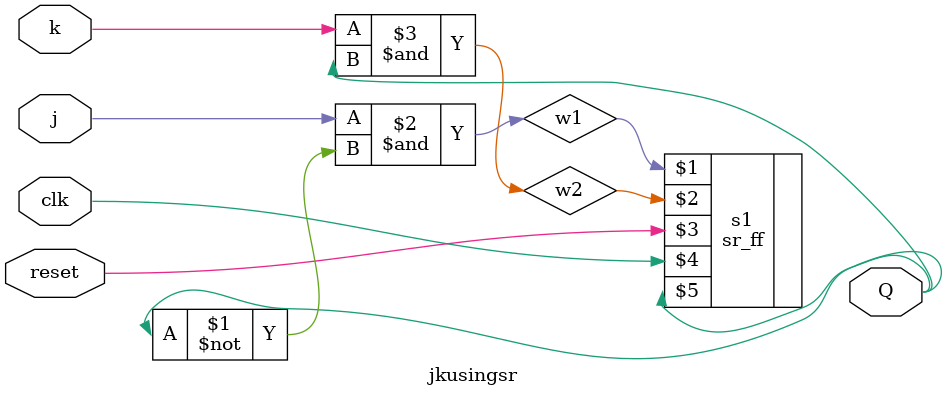
<source format=v>
`timescale 1ns / 1ps


module jkusingsr(j,clk,k,reset,Q);
input j,clk,k,reset;
output Q;
wire w1,w2;
and a1(w1,j,~Q);
and a2(w2,k,Q);

sr_ff s1(w1,w2,reset,clk,Q);
endmodule

</source>
